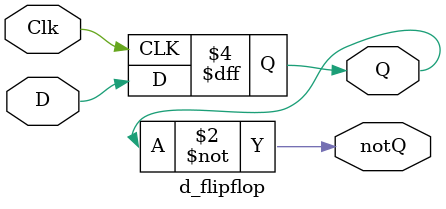
<source format=v>
module d_flipflop(
    input D,
    input Clk,
    output reg Q,
    output notQ
);
    
    initial begin
        Q <= 0;
    end    
    
    always @(posedge Clk) begin
        Q <= D;
    end
    
    assign notQ = ~Q;
    
endmodule
</source>
